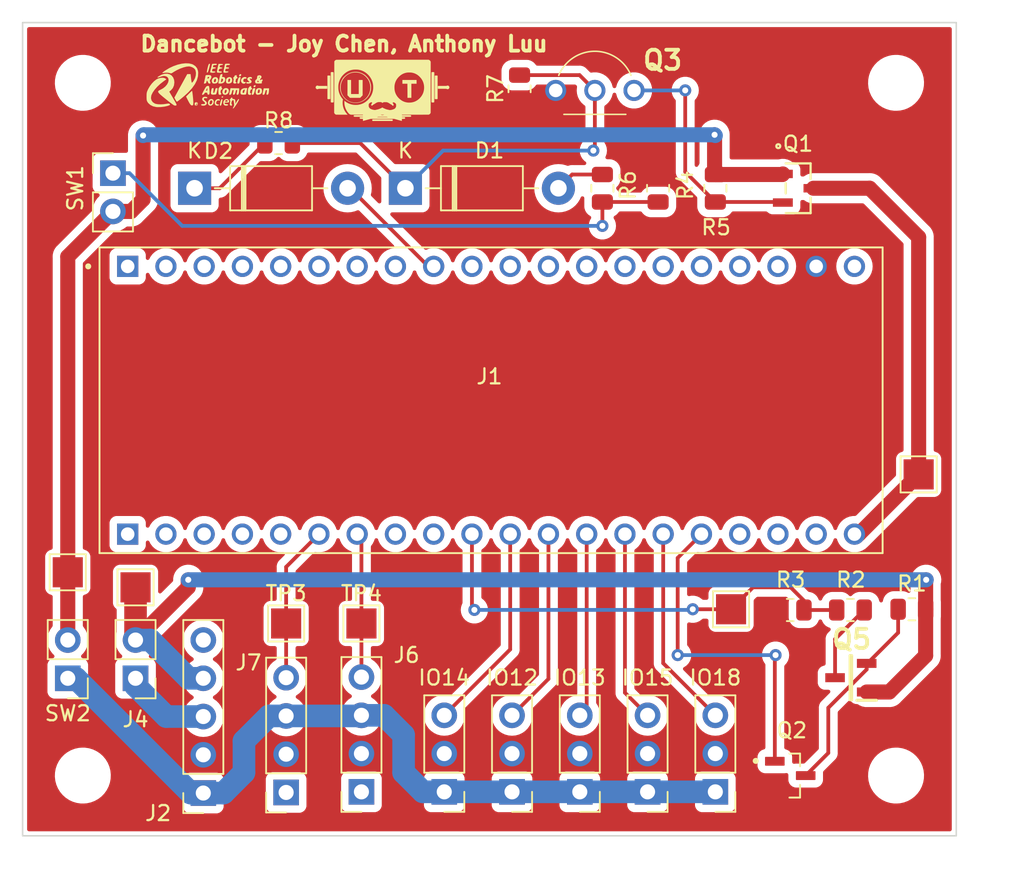
<source format=kicad_pcb>
(kicad_pcb (version 20221018) (generator pcbnew)
  (layers (0 "F.Cu" signal) (31 "B.Cu" signal) (34 "B.Paste" user) (35 "F.Paste" user) (36 "B.SilkS" user "B.Silkscreen") (37 "F.SilkS" user "F.Silkscreen") (38 "B.Mask" user) (39 "F.Mask" user) (44 "Edge.Cuts" user))
  (net 0 "")
  (net 1 "Batt GND")
  (net 2 "Net-(D1-K)")
  (net 3 "Net-(D1-A)")
  (net 4 "Net-(D2-K)")
  (net 5 "+5V")
  (net 6 "SM2")
  (net 7 "SM3")
  (net 8 "SM1")
  (net 9 "SM4")
  (net 10 "SM5")
  (net 30 "NPRightEye")
  (net 31 "NPLeftEye")
  (net 40 "Batt PWR")
  (net 44 "Net-(R4-Pad1)")
  (net 45 "Net-(Q5-S)")
  (net 46 "GND1")
  (net 47 "Latch_Out")
  (net 48 "BATT ADC")
  (net 49 "BATT EN")
  (net 50 "VOUT")
  (net 51 "Net-(Q1-D)")
  (net 52 "Net-(Q1-G)")
  (net 53 "Net-(Q5-G)")
  (footprint "Resistor_SMD:R_0805_2012Metric" (layer "F.Cu") (at 215.5 61.9 -90)
    (fp_text reference "R7" (at 0 1.6 90) (layer "F.SilkS"))
    (fp_text value "100K")
    (pad "1" smd roundrect (at -0.9125 0 270) (size 1.025 1.4) (layers "F.Cu" "F.Paste" "F.Mask") (roundrect_rratio 0.243902439) (net 2 "Net-(D1-K)"))
    (pad "2" smd roundrect (at 0.9125 0 270) (size 1.025 1.4) (layers "F.Cu" "F.Paste" "F.Mask") (roundrect_rratio 0.243902439) (net 46 "GND1"))
  )
  (footprint "LOGO" (layer "F.Cu") (at 194.8 61.7)
    (fp_text reference "G***" hide)
    (fp_text value "LOGO" hide)
  )
  (footprint "Resistor_SMD:R_0805_2012Metric" (layer "F.Cu") (at 199.5 65.5 180)
    (fp_text reference "R8" (at 0 1.5) (layer "F.SilkS"))
    (fp_text value "220")
    (pad "1" smd roundrect (at -0.9125 0 180) (size 1.025 1.4) (layers "F.Cu" "F.Paste" "F.Mask") (roundrect_rratio 0.243902439) (net 2 "Net-(D1-K)"))
    (pad "2" smd roundrect (at 0.9125 0 180) (size 1.025 1.4) (layers "F.Cu" "F.Paste" "F.Mask") (roundrect_rratio 0.243902439) (net 4 "Net-(D2-K)"))
  )
  (footprint "Dancebot Footprints:IRLML6402TRPBF" (layer "F.Cu") (at 237.5 101 180)
    (fp_text reference "Q5" (at -0.05 2.55) (layer "F.SilkS") (effects (font (size 1.27 1.27) (thickness 0.254))))
    (fp_text value "IRLML6402TRPBF" hide)
    (pad "1" smd rect (at -1.05 -0.95 270) (size 0.6 1.3) (layers "F.Cu" "F.Paste" "F.Mask") (net 40 "Batt PWR"))
    (pad "2" smd rect (at -1.05 0.95 270) (size 0.6 1.3) (layers "F.Cu" "F.Paste" "F.Mask") (net 53 "Net-(Q5-G)"))
    (pad "3" smd rect (at 1.05 0 270) (size 0.6 1.3) (layers "F.Cu" "F.Paste" "F.Mask") (net 45 "Net-(Q5-S)"))
  )
  (footprint "ESP32-PICO-KIT-V4.1:XCVR_ESP32-PICO-KIT-V4.1" (layer "F.Cu") (at 213.608 82.578)
    (fp_text reference "J1" (at -0.108 -1.578) (layer "F.SilkS"))
    (fp_text value "ESP32-PICO-KIT-V4.1")
    (pad "J2_1" thru_hole rect (at -24.13 -8.89) (size 1.408 1.408) (drill 0.9) (layers "*.Cu" "*.Mask"))
    (pad "J2_2" thru_hole circle (at -21.59 -8.89) (size 1.408 1.408) (drill 0.9) (layers "*.Cu" "*.Mask"))
    (pad "J2_3" thru_hole circle (at -19.05 -8.89) (size 1.408 1.408) (drill 0.9) (layers "*.Cu" "*.Mask"))
    (pad "J2_4" thru_hole circle (at -16.51 -8.89) (size 1.408 1.408) (drill 0.9) (layers "*.Cu" "*.Mask"))
    (pad "J2_5" thru_hole circle (at -13.97 -8.89) (size 1.408 1.408) (drill 0.9) (layers "*.Cu" "*.Mask"))
    (pad "J2_6" thru_hole circle (at -11.43 -8.89) (size 1.408 1.408) (drill 0.9) (layers "*.Cu" "*.Mask"))
    (pad "J2_7" thru_hole circle (at -8.89 -8.89) (size 1.408 1.408) (drill 0.9) (layers "*.Cu" "*.Mask"))
    (pad "J2_8" thru_hole circle (at -6.35 -8.89) (size 1.408 1.408) (drill 0.9) (layers "*.Cu" "*.Mask"))
    (pad "J2_9" thru_hole circle (at -3.81 -8.89) (size 1.408 1.408) (drill 0.9) (layers "*.Cu" "*.Mask") (net 47 "Latch_Out"))
    (pad "J2_10" thru_hole circle (at -1.27 -8.89) (size 1.408 1.408) (drill 0.9) (layers "*.Cu" "*.Mask"))
    (pad "J2_11" thru_hole circle (at 1.27 -8.89) (size 1.408 1.408) (drill 0.9) (layers "*.Cu" "*.Mask"))
    (pad "J2_12" thru_hole circle (at 3.81 -8.89) (size 1.408 1.408) (drill 0.9) (layers "*.Cu" "*.Mask"))
    (pad "J2_13" thru_hole circle (at 6.35 -8.89) (size 1.408 1.408) (drill 0.9) (layers "*.Cu" "*.Mask"))
    (pad "J2_14" thru_hole circle (at 8.89 -8.89) (size 1.408 1.408) (drill 0.9) (layers "*.Cu" "*.Mask"))
    (pad "J2_15" thru_hole circle (at 11.43 -8.89) (size 1.408 1.408) (drill 0.9) (layers "*.Cu" "*.Mask"))
    (pad "J2_16" thru_hole circle (at 13.97 -8.89) (size 1.408 1.408) (drill 0.9) (layers "*.Cu" "*.Mask"))
    (pad "J2_17" thru_hole circle (at 16.51 -8.89) (size 1.408 1.408) (drill 0.9) (layers "*.Cu" "*.Mask"))
    (pad "J2_18" thru_hole circle (at 19.05 -8.89) (size 1.408 1.408) (drill 0.9) (layers "*.Cu" "*.Mask"))
    (pad "J2_19" thru_hole circle (at 21.59 -8.89) (size 1.408 1.408) (drill 0.9) (layers "*.Cu" "*.Mask") (net 46 "GND1"))
    (pad "J2_20" thru_hole circle (at 24.13 -8.89) (size 1.408 1.408) (drill 0.9) (layers "*.Cu" "*.Mask"))
    (pad "J3_1" thru_hole rect (at -24.13 8.89) (size 1.408 1.408) (drill 0.9) (layers "*.Cu" "*.Mask"))
    (pad "J3_2" thru_hole circle (at -21.59 8.89) (size 1.408 1.408) (drill 0.9) (layers "*.Cu" "*.Mask"))
    (pad "J3_3" thru_hole circle (at -19.05 8.89) (size 1.408 1.408) (drill 0.9) (layers "*.Cu" "*.Mask"))
    (pad "J3_4" thru_hole circle (at -16.51 8.89) (size 1.408 1.408) (drill 0.9) (layers "*.Cu" "*.Mask"))
    (pad "J3_5" thru_hole circle (at -13.97 8.89) (size 1.408 1.408) (drill 0.9) (layers "*.Cu" "*.Mask"))
    (pad "J3_6" thru_hole circle (at -11.43 8.89) (size 1.408 1.408) (drill 0.9) (layers "*.Cu" "*.Mask") (net 31 "NPLeftEye"))
    (pad "J3_7" thru_hole circle (at -8.89 8.89) (size 1.408 1.408) (drill 0.9) (layers "*.Cu" "*.Mask") (net 30 "NPRightEye"))
    (pad "J3_8" thru_hole circle (at -6.35 8.89) (size 1.408 1.408) (drill 0.9) (layers "*.Cu" "*.Mask"))
    (pad "J3_9" thru_hole circle (at -3.81 8.89) (size 1.408 1.408) (drill 0.9) (layers "*.Cu" "*.Mask"))
    (pad "J3_10" thru_hole circle (at -1.27 8.89) (size 1.408 1.408) (drill 0.9) (layers "*.Cu" "*.Mask") (net 48 "BATT ADC"))
    (pad "J3_11" thru_hole circle (at 1.27 8.89) (size 1.408 1.408) (drill 0.9) (layers "*.Cu" "*.Mask") (net 8 "SM1"))
    (pad "J3_12" thru_hole circle (at 3.81 8.89) (size 1.408 1.408) (drill 0.9) (layers "*.Cu" "*.Mask") (net 6 "SM2"))
    (pad "J3_13" thru_hole circle (at 6.35 8.89) (size 1.408 1.408) (drill 0.9) (layers "*.Cu" "*.Mask") (net 7 "SM3"))
    (pad "J3_14" thru_hole circle (at 8.89 8.89) (size 1.408 1.408) (drill 0.9) (layers "*.Cu" "*.Mask") (net 9 "SM4"))
    (pad "J3_15" thru_hole circle (at 11.43 8.89) (size 1.408 1.408) (drill 0.9) (layers "*.Cu" "*.Mask") (net 10 "SM5"))
    (pad "J3_16" thru_hole circle (at 13.97 8.89) (size 1.408 1.408) (drill 0.9) (layers "*.Cu" "*.Mask") (net 49 "BATT EN"))
    (pad "J3_17" thru_hole circle (at 16.51 8.89) (size 1.408 1.408) (drill 0.9) (layers "*.Cu" "*.Mask"))
    (pad "J3_18" thru_hole circle (at 19.05 8.89) (size 1.408 1.408) (drill 0.9) (layers "*.Cu" "*.Mask"))
    (pad "J3_19" thru_hole circle (at 21.59 8.89) (size 1.408 1.408) (drill 0.9) (layers "*.Cu" "*.Mask"))
    (pad "J3_20" thru_hole circle (at 24.13 8.89) (size 1.408 1.408) (drill 0.9) (layers "*.Cu" "*.Mask") (net 5 "+5V"))
  )
  (footprint "MountingHole:MountingHole_3.2mm_M3" (layer "F.Cu") (at 186.5 107.5)
    (fp_text reference "H3" hide)
    (fp_text value "MountingHole")
    (pad "" np_thru_hole circle (at 0 0) (size 3.2 3.2) (drill 3.2) (layers "*.Cu" "*.Mask"))
  )
  (footprint "Diode_THT:D_DO-41_SOD81_P10.16mm_Horizontal" (layer "F.Cu") (at 207.92 68.5)
    (fp_text reference "D1" (at 5.58 -2.5) (layer "F.SilkS"))
    (fp_text value "1N5819")
    (fp_text user "K" (at 0 -2.5) (layer "F.SilkS"))
    (pad "1" thru_hole rect (at 0 0) (size 2.2 2.2) (drill 1.1) (layers "*.Cu" "*.Mask") (net 2 "Net-(D1-K)"))
    (pad "2" thru_hole oval (at 10.16 0) (size 2.2 2.2) (drill 1.1) (layers "*.Cu" "*.Mask") (net 3 "Net-(D1-A)"))
  )
  (footprint "Resistor_SMD:R_0805_2012Metric" (layer "F.Cu") (at 237.47125 96.50625 180)
    (fp_text reference "R2" (at -0.02875 2.00625) (layer "F.SilkS"))
    (fp_text value "100K")
    (pad "1" smd roundrect (at -0.9125 0 180) (size 1.025 1.4) (layers "F.Cu" "F.Paste" "F.Mask") (roundrect_rratio 0.243902439) (net 45 "Net-(Q5-S)"))
    (pad "2" smd roundrect (at 0.9125 0 180) (size 1.025 1.4) (layers "F.Cu" "F.Paste" "F.Mask") (roundrect_rratio 0.243902439) (net 48 "BATT ADC"))
  )
  (footprint "Resistor_SMD:R_0805_2012Metric" (layer "F.Cu") (at 224.7 68.5 90)
    (fp_text reference "R4" (at 0.2 1.8 270) (layer "F.SilkS"))
    (fp_text value "220K")
    (pad "1" smd roundrect (at -0.9125 0 90) (size 1.025 1.4) (layers "F.Cu" "F.Paste" "F.Mask") (roundrect_rratio 0.243902439) (net 44 "Net-(R4-Pad1)"))
    (pad "2" smd roundrect (at 0.9125 0 90) (size 1.025 1.4) (layers "F.Cu" "F.Paste" "F.Mask") (roundrect_rratio 0.243902439) (net 46 "GND1"))
  )
  (footprint "Dancebot Footprints:SOT95P237X112-3N" (layer "F.Cu") (at 233.475 107.5)
    (fp_text reference "Q2" (at 0.107 -3) (layer "F.SilkS"))
    (fp_text value "IRLML2502TRPBF")
    (pad "1" smd roundrect (at -1.025 -0.95) (size 1.3 0.59) (layers "F.Cu" "F.Paste" "F.Mask") (roundrect_rratio 0.07) (net 49 "BATT EN"))
    (pad "2" smd roundrect (at -1.025 0.95) (size 1.3 0.59) (layers "F.Cu" "F.Paste" "F.Mask") (roundrect_rratio 0.07) (net 46 "GND1"))
    (pad "3" smd roundrect (at 1.025 0) (size 1.3 0.59) (layers "F.Cu" "F.Paste" "F.Mask") (roundrect_rratio 0.07) (net 53 "Net-(Q5-G)"))
  )
  (footprint "Connector_PinHeader_2.54mm:PinHeader_1x02_P2.54mm_Vertical" (layer "F.Cu") (at 188.5 67.5)
    (fp_text reference "SW1" (at -2.5 1 90) (layer "F.SilkS"))
    (fp_text value "SP switch")
    (pad "1" thru_hole rect (at 0 0) (size 1.7 1.7) (drill 1) (layers "*.Cu" "*.Mask") (net 44 "Net-(R4-Pad1)"))
    (pad "2" thru_hole oval (at 0 2.54) (size 1.7 1.7) (drill 1) (layers "*.Cu" "*.Mask") (net 51 "Net-(Q1-D)"))
  )
  (footprint "TestPoint:TestPoint_Pad_2.0x2.0mm" (layer "F.Cu") (at 200 97.4)
    (fp_text reference "TP3" (at 0 -1.998) (layer "F.SilkS"))
    (fp_text value "TestPoint")
    (pad "1" smd rect (at 0 0) (size 2 2) (layers "F.Cu" "F.Mask") (net 31 "NPLeftEye"))
  )
  (footprint "Dancebot Footprints:SQ2351CES" (layer "F.Cu") (at 234 68.5 -90)
    (fp_text reference "Q1" (at -2.94996 0.016 unlocked) (layer "F.SilkS"))
    (fp_text value "PMOS")
    (pad "1" smd rect (at -0.94996 1.016 270) (size 0.5588 1.3208) (layers "F.Cu" "F.Paste" "F.Mask") (net 51 "Net-(Q1-D)"))
    (pad "2" smd rect (at 0.94996 1.016 270) (size 0.5588 1.3208) (layers "F.Cu" "F.Paste" "F.Mask") (net 52 "Net-(Q1-G)"))
    (pad "3" smd rect (at 0 -1.016 270) (size 0.5588 1.3208) (layers "F.Cu" "F.Paste" "F.Mask") (net 5 "+5V"))
  )
  (footprint "Diode_THT:D_DO-41_SOD81_P10.16mm_Horizontal" (layer "F.Cu") (at 193.92 68.5)
    (fp_text reference "D2" (at 1.58 -2.47) (layer "F.SilkS"))
    (fp_text value "1N5819")
    (fp_text user "K" (at 0 -2.5) (layer "F.SilkS"))
    (pad "1" thru_hole rect (at 0 0) (size 2.2 2.2) (drill 1.1) (layers "*.Cu" "*.Mask") (net 4 "Net-(D2-K)"))
    (pad "2" thru_hole oval (at 10.16 0) (size 2.2 2.2) (drill 1.1) (layers "*.Cu" "*.Mask") (net 47 "Latch_Out"))
  )
  (footprint "Connector_PinHeader_2.54mm:PinHeader_1x03_P2.54mm_Vertical" (layer "F.Cu") (at 224 108.58 180)
    (fp_text reference "IO15" (at 0 7.58) (layer "F.SilkS"))
    (fp_text value "servo 4")
    (pad "1" thru_hole rect (at 0 0 180) (size 1.7 1.7) (drill 1) (layers "*.Cu" "*.Mask") (net 50 "VOUT"))
    (pad "2" thru_hole oval (at 0 2.54 180) (size 1.7 1.7) (drill 1) (layers "*.Cu" "*.Mask") (net 46 "GND1"))
    (pad "3" thru_hole oval (at 0 5.08 180) (size 1.7 1.7) (drill 1) (layers "*.Cu" "*.Mask") (net 9 "SM4"))
  )
  (footprint "Connector_PinSocket_2.54mm:PinSocket_1x04_P2.54mm_Vertical" (layer "F.Cu") (at 200 108.62 180)
    (fp_text reference "J7" (at 2.5 8.62) (layer "F.SilkS"))
    (fp_text value "Conn_01x04_Socket")
    (pad "1" thru_hole rect (at 0 0 180) (size 1.7 1.7) (drill 1) (layers "*.Cu" "*.Mask"))
    (pad "2" thru_hole oval (at 0 2.54 180) (size 1.7 1.7) (drill 1) (layers "*.Cu" "*.Mask") (net 46 "GND1"))
    (pad "3" thru_hole oval (at 0 5.08 180) (size 1.7 1.7) (drill 1) (layers "*.Cu" "*.Mask") (net 50 "VOUT"))
    (pad "4" thru_hole oval (at 0 7.62 180) (size 1.7 1.7) (drill 1) (layers "*.Cu" "*.Mask") (net 31 "NPLeftEye"))
  )
  (footprint "TestPoint:TestPoint_Pad_2.0x2.0mm" (layer "F.Cu") (at 242 87.5)
    (fp_text reference "TP2" hide)
    (fp_text value "TestPoint")
    (pad "1" smd rect (at 0 0) (size 2 2) (layers "F.Cu" "F.Mask") (net 5 "+5V"))
  )
  (footprint "Connector_PinSocket_2.54mm:PinSocket_1x05_P2.54mm_Vertical" (layer "F.Cu") (at 194.5 108.66 180)
    (fp_text reference "J2" (at 3 -1.34 180) (layer "F.SilkS"))
    (fp_text value "Voltage Regulator")
    (pad "1" thru_hole rect (at 0 0 180) (size 1.7 1.7) (drill 1) (layers "*.Cu" "*.Mask") (net 50 "VOUT"))
    (pad "2" thru_hole oval (at 0 2.54 180) (size 1.7 1.7) (drill 1) (layers "*.Cu" "*.Mask") (net 46 "GND1"))
    (pad "3" thru_hole oval (at 0 5.08 180) (size 1.7 1.7) (drill 1) (layers "*.Cu" "*.Mask") (net 1 "Batt GND"))
    (pad "4" thru_hole oval (at 0 7.62 180) (size 1.7 1.7) (drill 1) (layers "*.Cu" "*.Mask") (net 40 "Batt PWR"))
    (pad "5" thru_hole oval (at 0 10.16 180) (size 1.7 1.7) (drill 1) (layers "*.Cu" "*.Mask"))
  )
  (footprint "Connector_PinSocket_2.54mm:PinSocket_1x04_P2.54mm_Vertical" (layer "F.Cu") (at 205 108.58 180)
    (fp_text reference "J6" (at -3 9.08) (layer "F.SilkS"))
    (fp_text value "Conn_01x04_Socket")
    (pad "1" thru_hole rect (at 0 0 180) (size 1.7 1.7) (drill 1) (layers "*.Cu" "*.Mask"))
    (pad "2" thru_hole oval (at 0 2.54 180) (size 1.7 1.7) (drill 1) (layers "*.Cu" "*.Mask") (net 46 "GND1"))
    (pad "3" thru_hole oval (at 0 5.08 180) (size 1.7 1.7) (drill 1) (layers "*.Cu" "*.Mask") (net 50 "VOUT"))
    (pad "4" thru_hole oval (at 0 7.62 180) (size 1.7 1.7) (drill 1) (layers "*.Cu" "*.Mask") (net 30 "NPRightEye"))
  )
  (footprint "MountingHole:MountingHole_3.2mm_M3" (layer "F.Cu") (at 186.5 61.5)
    (fp_text reference "H1" hide)
    (fp_text value "MountingHole")
    (pad "" np_thru_hole circle (at 0 0) (size 3.2 3.2) (drill 3.2) (layers "*.Cu" "*.Mask"))
  )
  (footprint "TestPoint:TestPoint_Pad_2.0x2.0mm" (layer "F.Cu") (at 185.5 94)
    (fp_text reference "TP1" hide)
    (fp_text value "TestPoint")
    (pad "1" smd rect (at 0 0) (size 2 2) (layers "F.Cu" "F.Mask") (net 51 "Net-(Q1-D)"))
  )
  (footprint "Resistor_SMD:R_0805_2012Metric" (layer "F.Cu") (at 221 68.5 90)
    (fp_text reference "R6" (at 0.2 1.7 90) (layer "F.SilkS"))
    (fp_text value "10K")
    (pad "1" smd roundrect (at -0.9125 0 90) (size 1.025 1.4) (layers "F.Cu" "F.Paste" "F.Mask") (roundrect_rratio 0.243902439) (net 44 "Net-(R4-Pad1)"))
    (pad "2" smd roundrect (at 0.9125 0 90) (size 1.025 1.4) (layers "F.Cu" "F.Paste" "F.Mask") (roundrect_rratio 0.243902439) (net 3 "Net-(D1-A)"))
  )
  (footprint "Connector_PinHeader_2.54mm:PinHeader_1x02_P2.54mm_Vertical" (layer "F.Cu") (at 185.5 101.04 180)
    (fp_text reference "SW2" (at 0 -2.33 180) (layer "F.SilkS"))
    (fp_text value "SW_SPST")
    (pad "1" thru_hole rect (at 0 0 180) (size 1.7 1.7) (drill 1) (layers "*.Cu" "*.Mask") (net 50 "VOUT"))
    (pad "2" thru_hole oval (at 0 2.54 180) (size 1.7 1.7) (drill 1) (layers "*.Cu" "*.Mask") (net 51 "Net-(Q1-D)"))
  )
  (footprint "Resistor_SMD:R_0805_2012Metric" (layer "F.Cu") (at 233.47125 96.50625 180)
    (fp_text reference "R3" (at -0.02875 2.00625) (layer "F.SilkS"))
    (fp_text value "51k")
    (pad "1" smd roundrect (at -0.9125 0 180) (size 1.025 1.4) (layers "F.Cu" "F.Paste" "F.Mask") (roundrect_rratio 0.243902439) (net 48 "BATT ADC"))
    (pad "2" smd roundrect (at 0.9125 0 180) (size 1.025 1.4) (layers "F.Cu" "F.Paste" "F.Mask") (roundrect_rratio 0.243902439) (net 46 "GND1"))
  )
  (footprint "Dancebot Footprints:2N3904TFR" (layer "F.Cu") (at 217.9 62.005001 180)
    (fp_text reference "Q3" (at -7.1 2.005001) (layer "F.SilkS") (effects (font (size 1.27 1.27) (thickness 0.254))))
    (fp_text value "2N3904" hide)
    (pad "1" thru_hole circle (at 0 0 180) (size 1.4 1.4) (drill 0.9) (layers "*.Cu" "*.Mask") (net 46 "GND1"))
    (pad "2" thru_hole circle (at -2.6 0 180) (size 1.4 1.4) (drill 0.9) (layers "*.Cu" "*.Mask") (net 2 "Net-(D1-K)"))
    (pad "3" thru_hole circle (at -5.2 0 180) (size 1.4 1.4) (drill 0.9) (layers "*.Cu" "*.Mask") (net 52 "Net-(Q1-G)"))
  )
  (footprint "Connector_PinHeader_2.54mm:PinHeader_1x03_P2.54mm_Vertical" (layer "F.Cu") (at 219.5 108.58 180)
    (fp_text reference "IO13" (at 0 7.58 180) (layer "F.SilkS"))
    (fp_text value "servo 3")
    (pad "1" thru_hole rect (at 0 0 180) (size 1.7 1.7) (drill 1) (layers "*.Cu" "*.Mask") (net 50 "VOUT"))
    (pad "2" thru_hole oval (at 0 2.54 180) (size 1.7 1.7) (drill 1) (layers "*.Cu" "*.Mask") (net 46 "GND1"))
    (pad "3" thru_hole oval (at 0 5.08 180) (size 1.7 1.7) (drill 1) (layers "*.Cu" "*.Mask") (net 7 "SM3"))
  )
  (footprint "Resistor_SMD:R_0805_2012Metric" (layer "F.Cu") (at 241.55125 96.45625 180)
    (fp_text reference "R1" (at 0 1.7) (layer "F.SilkS"))
    (fp_text value "100K")
    (pad "1" smd roundrect (at -0.9125 0 180) (size 1.025 1.4) (layers "F.Cu" "F.Paste" "F.Mask") (roundrect_rratio 0.243902439) (net 40 "Batt PWR"))
    (pad "2" smd roundrect (at 0.9125 0 180) (size 1.025 1.4) (layers "F.Cu" "F.Paste" "F.Mask") (roundrect_rratio 0.243902439) (net 53 "Net-(Q5-G)"))
  )
  (footprint "Connector_PinHeader_2.54mm:PinHeader_1x03_P2.54mm_Vertical" (layer "F.Cu") (at 215 108.58 180)
    (fp_text reference "IO12" (at 0 7.58 180) (layer "F.SilkS"))
    (fp_text value "servo 2")
    (pad "1" thru_hole rect (at 0 0 180) (size 1.7 1.7) (drill 1) (layers "*.Cu" "*.Mask") (net 50 "VOUT"))
    (pad "2" thru_hole oval (at 0 2.54 180) (size 1.7 1.7) (drill 1) (layers "*.Cu" "*.Mask") (net 46 "GND1"))
    (pad "3" thru_hole oval (at 0 5.08 180) (size 1.7 1.7) (drill 1) (layers "*.Cu" "*.Mask") (net 6 "SM2"))
  )
  (footprint "Connector_PinHeader_2.54mm:PinHeader_1x03_P2.54mm_Vertical" (layer "F.Cu") (at 228.5 108.58 180)
    (fp_text reference "IO18" (at 0 7.58 180) (layer "F.SilkS"))
    (fp_text value "servo 5 (hat)")
    (pad "1" thru_hole rect (at 0 0 180) (size 1.7 1.7) (drill 1) (layers "*.Cu" "*.Mask") (net 50 "VOUT"))
    (pad "2" thru_hole oval (at 0 2.54 180) (size 1.7 1.7) (drill 1) (layers "*.Cu" "*.Mask") (net 46 "GND1"))
    (pad "3" thru_hole oval (at 0 5.08 180) (size 1.7 1.7) (drill 1) (layers "*.Cu" "*.Mask") (net 10 "SM5"))
  )
  (footprint "MountingHole:MountingHole_3.2mm_M3" (layer "F.Cu") (at 240.5 107.5)
    (fp_text reference "H4" hide)
    (fp_text value "MountingHole")
    (pad "" np_thru_hole circle (at 0 0) (size 3.2 3.2) (drill 3.2) (layers "*.Cu" "*.Mask"))
  )
  (footprint "TestPoint:TestPoint_Pad_2.0x2.0mm" (layer "F.Cu") (at 229.54375 96.45625)
    (fp_text reference "TP9" hide)
    (fp_text value "TestPoint")
    (pad "1" smd rect (at 0 0) (size 2 2) (layers "F.Cu" "F.Mask") (net 48 "BATT ADC"))
  )
  (footprint "Resistor_SMD:R_0805_2012Metric" (layer "F.Cu") (at 228.5 68.5 -90)
    (fp_text reference "R5" (at 2.6 -0.05) (layer "F.SilkS"))
    (fp_text value "100K")
    (pad "1" smd roundrect (at -0.9125 0 270) (size 1.025 1.4) (layers "F.Cu" "F.Paste" "F.Mask") (roundrect_rratio 0.243902439) (net 51 "Net-(Q1-D)"))
    (pad "2" smd roundrect (at 0.9125 0 270) (size 1.025 1.4) (layers "F.Cu" "F.Paste" "F.Mask") (roundrect_rratio 0.243902439) (net 52 "Net-(Q1-G)"))
  )
  (footprint "LOGO" (layer "F.Cu") (at 206.397883 61.648034)
    (fp_text reference "G***" hide)
    (fp_text value "LOGO" hide)
  )
  (footprint "MountingHole:MountingHole_3.2mm_M3" (layer "F.Cu") (at 240.5 61.5)
    (fp_text reference "H2" hide)
    (fp_text value "MountingHole" hide)
    (pad "" np_thru_hole circle (at 0 0) (size 3.2 3.2) (drill 3.2) (layers "*.Cu" "*.Mask"))
  )
  (footprint "TestPoint:TestPoint_Pad_2.0x2.0mm" (layer "F.Cu") (at 190 95)
    (fp_text reference "TP5" hide)
    (fp_text value "TestPoint")
    (pad "1" smd rect (at 0 0) (size 2 2) (layers "F.Cu" "F.Mask") (net 40 "Batt PWR"))
  )
  (footprint "TestPoint:TestPoint_Pad_2.0x2.0mm" (layer "F.Cu") (at 205 97.4)
    (fp_text reference "TP4" (at 0 -1.998) (layer "F.SilkS"))
    (fp_text value "TestPoint")
    (pad "1" smd rect (at 0 0) (size 2 2) (layers "F.Cu" "F.Mask") (net 30 "NPRightEye"))
  )
  (footprint "Connector_PinHeader_2.54mm:PinHeader_1x03_P2.54mm_Vertical" (layer "F.Cu") (at 210.5 108.58 180)
    (fp_text reference "IO14" (at 0 7.58 180) (layer "F.SilkS"))
    (fp_text value "servo 1")
    (pad "1" thru_hole rect (at 0 0 180) (size 1.7 1.7) (drill 1) (layers "*.Cu" "*.Mask") (net 50 "VOUT"))
    (pad "2" thru_hole oval (at 0 2.54 180) (size 1.7 1.7) (drill 1) (layers "*.Cu" "*.Mask") (net 46 "GND1"))
    (pad "3" thru_hole oval (at 0 5.08 180) (size 1.7 1.7) (drill 1) (layers "*.Cu" "*.Mask") (net 8 "SM1"))
  )
  (footprint "Connector_PinHeader_2.54mm:PinHeader_1x02_P2.54mm_Vertical" (layer "F.Cu") (at 190 101.04 180)
    (fp_text reference "J4" (at 0 -2.73 180) (layer "F.SilkS"))
    (fp_text value "Pins")
    (pad "1" thru_hole rect (at 0 0 180) (size 1.7 1.7) (drill 1) (layers "*.Cu" "*.Mask") (net 1 "Batt GND"))
    (pad "2" thru_hole oval (at 0 2.54 180) (size 1.7 1.7) (drill 1) (layers "*.Cu" "*.Mask") (net 40 "Batt PWR"))
  )
  (gr_rect (start 182.5 57.5) (end 244.5 111.5) (stroke (width 0.1)) (fill none) (layer "Edge.Cuts"))
  (gr_text "Dancebot - Joy Chen, Anthony Luu" (at 190.2 59.5) (layer "F.SilkS") (effects (font (size 1 1) (thickness 0.25) bold) (justify left bottom)))
  (segment (start 190 101.54) (end 192.04 103.58) (width 1.5) (layer "B.Cu") (net 1))
  (segment (start 190 101.04) (end 190 101.54) (width 1.5) (layer "B.Cu") (net 1))
  (segment (start 192.04 103.58) (end 194.5 103.58) (width 1.5) (layer "B.Cu") (net 1))
  (segment (start 219.482499 60.9875) (end 220.5 62.005001) (width 0.25) (layer "F.Cu") (net 2))
  (segment (start 220.5 62.005001) (end 220.5 65.9) (width 0.25) (layer "F.Cu") (net 2))
  (segment (start 200.4125 65.5) (end 204.92 65.5) (width 0.25) (layer "F.Cu") (net 2))
  (segment (start 204.92 65.5) (end 207.92 68.5) (width 0.25) (layer "F.Cu") (net 2))
  (segment (start 220.5 65.9) (end 220.4 66) (width 0.25) (layer "F.Cu") (net 2))
  (segment (start 215.5 60.9875) (end 219.482499 60.9875) (width 0.25) (layer "F.Cu") (net 2))
  (via (at 220.4 66) (size 0.8) (drill 0.4) (layers "F.Cu" "B.Cu") (net 2))
  (segment (start 220.4 66) (end 210.42 66) (width 0.25) (layer "B.Cu") (net 2))
  (segment (start 210.42 66) (end 207.92 68.5) (width 0.25) (layer "B.Cu") (net 2))
  (segment (start 221 67.5875) (end 218.9925 67.5875) (width 0.25) (layer "F.Cu") (net 3))
  (segment (start 218.9925 67.5875) (end 218.08 68.5) (width 0.25) (layer "F.Cu") (net 3))
  (segment (start 193.92 68.5) (end 195.5875 68.5) (width 0.25) (layer "F.Cu") (net 4))
  (segment (start 195.5875 68.5) (end 198.5875 65.5) (width 0.25) (layer "F.Cu") (net 4))
  (segment (start 238.032 91.468) (end 242 87.5) (width 1) (layer "F.Cu") (net 5))
  (segment (start 238.75 68.5) (end 235.016 68.5) (width 1) (layer "F.Cu") (net 5))
  (segment (start 242 71.75) (end 238.75 68.5) (width 1) (layer "F.Cu") (net 5))
  (segment (start 237.738 91.468) (end 238.032 91.468) (width 1) (layer "F.Cu") (net 5))
  (segment (start 241.706 87.5) (end 242 87.5) (width 0.25) (layer "F.Cu") (net 5))
  (segment (start 242 87.5) (end 242 71.75) (width 1) (layer "F.Cu") (net 5))
  (segment (start 217.418 91.468) (end 217.418 101.082) (width 0.25) (layer "F.Cu") (net 6))
  (segment (start 217.418 101.082) (end 215 103.5) (width 0.25) (layer "F.Cu") (net 6))
  (segment (start 219.958 91.468) (end 219.958 103.042) (width 0.25) (layer "F.Cu") (net 7))
  (segment (start 219.958 103.042) (end 219.5 103.5) (width 0.25) (layer "F.Cu") (net 7))
  (segment (start 214.878 91.468) (end 214.878 99.122) (width 0.25) (layer "F.Cu") (net 8))
  (segment (start 214.878 99.122) (end 210.5 103.5) (width 0.25) (layer "F.Cu") (net 8))
  (segment (start 222.498 91.468) (end 222.498 101.998) (width 0.25) (layer "F.Cu") (net 9))
  (segment (start 222.498 101.998) (end 224 103.5) (width 0.25) (layer "F.Cu") (net 9))
  (segment (start 225.038 91.468) (end 225.038 100.038) (width 0.25) (layer "F.Cu") (net 10))
  (segment (start 225.038 100.038) (end 228.5 103.5) (width 0.25) (layer "F.Cu") (net 10))
  (segment (start 205 91.75) (end 204.718 91.468) (width 0.25) (layer "F.Cu") (net 30))
  (segment (start 205 97.4) (end 205 91.75) (width 0.25) (layer "F.Cu") (net 30))
  (segment (start 205 100.96) (end 205 97.4) (width 0.25) (layer "F.Cu") (net 30))
  (segment (start 200 97.4) (end 200 93.646) (width 0.25) (layer "F.Cu") (net 31))
  (segment (start 200 93.646) (end 202.178 91.468) (width 0.25) (layer "F.Cu") (net 31))
  (segment (start 200 101) (end 200 97.4) (width 0.25) (layer "F.Cu") (net 31))
  (segment (start 202.178 92.032) (end 202.178 91.468) (width 0.25) (layer "F.Cu") (net 31))
  (segment (start 193.5 94.5) (end 193.5 95) (width 1) (layer "F.Cu") (net 40))
  (segment (start 242.46375 96.45625) (end 242.46375 99.53625) (width 1) (layer "F.Cu") (net 40))
  (segment (start 190 98.5) (end 190 95) (width 1.5) (layer "F.Cu") (net 40))
  (segment (start 242.46375 99.53625) (end 240.05 101.95) (width 1) (layer "F.Cu") (net 40))
  (segment (start 242.46375 94.53625) (end 242.5 94.5) (width 1) (layer "F.Cu") (net 40))
  (segment (start 193.5 95) (end 190 98.5) (width 1) (layer "F.Cu") (net 40))
  (segment (start 242.46375 96.45625) (end 242.46375 94.53625) (width 1) (layer "F.Cu") (net 40))
  (segment (start 240.05 101.95) (end 238.55 101.95) (width 1) (layer "F.Cu") (net 40))
  (via (at 242.5 94.5) (size 0.8) (drill 0.4) (layers "F.Cu" "B.Cu") (net 40))
  (via (at 193.5 94.5) (size 0.8) (drill 0.4) (layers "F.Cu" "B.Cu") (net 40))
  (segment (start 190.98 98.5) (end 193.52 101.04) (width 1.5) (layer "B.Cu") (net 40))
  (segment (start 242.5 94.5) (end 193.5 94.5) (width 1) (layer "B.Cu") (net 40))
  (segment (start 193.52 101.04) (end 194.5 101.04) (width 1.5) (layer "B.Cu") (net 40))
  (segment (start 190 98.5) (end 190.98 98.5) (width 1.5) (layer "B.Cu") (net 40))
  (segment (start 221 69.4125) (end 221 71) (width 0.25) (layer "F.Cu") (net 44))
  (segment (start 221 69.4125) (end 224.7 69.4125) (width 0.25) (layer "F.Cu") (net 44))
  (via (at 221 71) (size 0.8) (drill 0.4) (layers "F.Cu" "B.Cu") (net 44))
  (segment (start 188.5 67.5) (end 189.6 67.5) (width 0.25) (layer "B.Cu") (net 44))
  (segment (start 193.1 71) (end 221 71) (width 0.25) (layer "B.Cu") (net 44))
  (segment (start 189.6 67.5) (end 193.1 71) (width 0.25) (layer "B.Cu") (net 44))
  (segment (start 238.38375 96.50625) (end 236.45 98.44) (width 0.25) (layer "F.Cu") (net 45))
  (segment (start 238.38375 96.50625) (end 238.38375 96.53625) (width 0.25) (layer "F.Cu") (net 45))
  (segment (start 236.45 98.44) (end 236.45 101) (width 0.25) (layer "F.Cu") (net 45))
  (segment (start 204.25 68.5) (end 204.08 68.5) (width 0.25) (layer "F.Cu") (net 47))
  (segment (start 209.798 73.688) (end 209.438 73.688) (width 0.25) (layer "F.Cu") (net 47))
  (segment (start 209.438 73.688) (end 204.25 68.5) (width 0.25) (layer "F.Cu") (net 47))
  (segment (start 209.268 73.688) (end 209.798 73.688) (width 0.25) (layer "F.Cu") (net 47))
  (segment (start 234.38375 95.88375) (end 234.38375 96.50625) (width 0.25) (layer "F.Cu") (net 48))
  (segment (start 212.338 96.338) (end 212.5 96.5) (width 0.25) (layer "F.Cu") (net 48))
  (segment (start 231 95) (end 233.5 95) (width 0.25) (layer "F.Cu") (net 48))
  (segment (start 212.338 91.468) (end 212.338 96.338) (width 0.25) (layer "F.Cu") (net 48))
  (segment (start 227 96.45625) (end 229.54375 96.45625) (width 0.25) (layer "F.Cu") (net 48))
  (segment (start 233.5 95) (end 234.38375 95.88375) (width 0.25) (layer "F.Cu") (net 48))
  (segment (start 234.38375 96.50625) (end 236.55875 96.50625) (width 0.25) (layer "F.Cu") (net 48))
  (segment (start 229.54375 96.45625) (end 231 95) (width 0.25) (layer "F.Cu") (net 48))
  (via (at 212.5 96.5) (size 0.8) (drill 0.4) (layers "F.Cu" "B.Cu") (net 48))
  (via (at 227 96.45625) (size 0.8) (drill 0.4) (layers "F.Cu" "B.Cu") (net 48))
  (segment (start 212.5 96.5) (end 226.95625 96.5) (width 0.25) (layer "B.Cu") (net 48))
  (segment (start 226.95625 96.5) (end 227 96.45625) (width 0.25) (layer "B.Cu") (net 48))
  (segment (start 226 93.046) (end 226 99.5) (width 0.25) (layer "F.Cu") (net 49))
  (segment (start 227.578 91.468) (end 226 93.046) (width 0.25) (layer "F.Cu") (net 49))
  (segment (start 232.45 106.55) (end 232.45 99.55) (width 0.25) (layer "F.Cu") (net 49))
  (segment (start 232.45 99.55) (end 232.5 99.5) (width 0.25) (layer "F.Cu") (net 49))
  (via (at 226 99.5) (size 0.8) (drill 0.4) (layers "F.Cu" "B.Cu") (net 49))
  (via (at 232.5 99.5) (size 0.8) (drill 0.4) (layers "F.Cu" "B.Cu") (net 49))
  (segment (start 232.5 99.5) (end 226 99.5) (width 0.25) (layer "B.Cu") (net 49))
  (segment (start 193.66 108.66) (end 194.5 108.66) (width 1.5) (layer "B.Cu") (net 50))
  (segment (start 198.86 103.54) (end 197.2 105.2) (width 1.5) (layer "B.Cu") (net 50))
  (segment (start 197.2 105.2) (end 197.2 107.3) (width 1.5) (layer "B.Cu") (net 50))
  (segment (start 185.5 101.04) (end 186.04 101.04) (width 1.5) (layer "B.Cu") (net 50))
  (segment (start 215 108.58) (end 219.5 108.58) (width 1.5) (layer "B.Cu") (net 50))
  (segment (start 219.5 108.58) (end 224 108.58) (width 1.5) (layer "B.Cu") (net 50))
  (segment (start 195.84 108.66) (end 194.5 108.66) (width 1.5) (layer "B.Cu") (net 50))
  (segment (start 224 108.58) (end 228.5 108.58) (width 1.5) (layer "B.Cu") (net 50))
  (segment (start 206.5 103.5) (end 207.8 104.8) (width 1.5) (layer "B.Cu") (net 50))
  (segment (start 205 103.5) (end 206.5 103.5) (width 1.5) (layer "B.Cu") (net 50))
  (segment (start 204.96 103.54) (end 205 103.5) (width 1.5) (layer "B.Cu") (net 50))
  (segment (start 207.8 104.8) (end 207.8 107.3) (width 1.5) (layer "B.Cu") (net 50))
  (segment (start 209.08 108.58) (end 210.5 108.58) (width 1.5) (layer "B.Cu") (net 50))
  (segment (start 210.5 108.58) (end 215 108.58) (width 1.5) (layer "B.Cu") (net 50))
  (segment (start 186.04 101.04) (end 193.66 108.66) (width 1.5) (layer "B.Cu") (net 50))
  (segment (start 207.8 107.3) (end 209.08 108.58) (width 1.5) (layer "B.Cu") (net 50))
  (segment (start 200 103.54) (end 198.86 103.54) (width 1.5) (layer "B.Cu") (net 50))
  (segment (start 197.2 107.3) (end 195.84 108.66) (width 1.5) (layer "B.Cu") (net 50))
  (segment (start 200 103.54) (end 204.96 103.54) (width 1.5) (layer "B.Cu") (net 50))
  (segment (start 185.5 98.5) (end 185.5 94) (width 1) (layer "F.Cu") (net 51))
  (segment (start 228.5 67.5875) (end 232.94654 67.5875) (width 1) (layer "F.Cu") (net 51))
  (segment (start 228.45 64.95) (end 228.45 67.5375) (width 1) (layer "F.Cu") (net 51))
  (segment (start 228.45 67.5375) (end 228.5 67.5875) (width 1) (layer "F.Cu") (net 51))
  (segment (start 189.702081 70.04) (end 190.5 69.242081) (width 1) (layer "F.Cu") (net 51))
  (segment (start 185.5 94) (end 185.5 73.04) (width 1) (layer "F.Cu") (net 51))
  (segment (start 232.94654 67.5875) (end 232.984 67.55004) (width 1) (layer "F.Cu") (net 51))
  (segment (start 188.5 70.04) (end 189.702081 70.04) (width 1) (layer "F.Cu") (net 51))
  (segment (start 185.5 73.04) (end 188.5 70.04) (width 1) (layer "F.Cu") (net 51))
  (segment (start 190.5 69.242081) (end 190.5 65) (width 1) (layer "F.Cu") (net 51))
  (via (at 190.5 65) (size 0.8) (drill 0.4) (layers "F.Cu" "B.Cu") (net 51))
  (via (at 228.45 64.95) (size 0.8) (drill 0.4) (layers "F.Cu" "B.Cu") (net 51))
  (segment (start 190.5 65) (end 190.55 64.95) (width 1) (layer "B.Cu") (net 51))
  (segment (start 228.5 65) (end 228.45 64.95) (width 1) (layer "B.Cu") (net 51))
  (segment (start 226.45 64.95) (end 228.45 64.95) (width 1) (layer "B.Cu") (net 51))
  (segment (start 190.55 64.95) (end 226.45 64.95) (width 1) (layer "B.Cu") (net 51))
  (segment (start 226.5 62) (end 226.5 67.4125) (width 0.25) (layer "F.Cu") (net 52))
  (segment (start 228.5 69.4125) (end 232.94654 69.4125) (width 0.25) (layer "F.Cu") (net 52))
  (segment (start 226.5 67.4125) (end 228.5 69.4125) (width 0.25) (layer "F.Cu") (net 52))
  (segment (start 232.94654 69.4125) (end 232.984 69.44996) (width 0.25) (layer "F.Cu") (net 52))
  (via (at 226.5 62) (size 0.8) (drill 0.4) (layers "F.Cu" "B.Cu") (net 52))
  (segment (start 226.494999 62.005001) (end 226.5 62) (width 0.25) (layer "B.Cu") (net 52))
  (segment (start 223.1 62.005001) (end 226.494999 62.005001) (width 0.25) (layer "B.Cu") (net 52))
  (segment (start 240.63875 98.01125) (end 240.63875 96.45625) (width 0.25) (layer "F.Cu") (net 53))
  (segment (start 238.55 100.05) (end 238.6 100.05) (width 0.25) (layer "F.Cu") (net 53))
  (segment (start 238.55 100.45) (end 236 103) (width 0.25) (layer "F.Cu") (net 53))
  (segment (start 238.6 100.05) (end 240.63875 98.01125) (width 0.25) (layer "F.Cu") (net 53))
  (segment (start 238.55 100.05) (end 238.55 100.45) (width 0.25) (layer "F.Cu") (net 53))
  (segment (start 236 106) (end 234.5 107.5) (width 0.25) (layer "F.Cu") (net 53))
  (segment (start 236 103) (end 236 106) (width 0.25) (layer "F.Cu") (net 53))
  (zone (net 46) (net_name "GND1") (layer "F.Cu") (connect_pads yes (clearance 0.5)) (min_thickness 0.25) (fill yes (thermal_gap 1) (thermal_bridge_width 1))
    (polygon (pts (xy 181 56) (xy 181 115) (xy 249 115) (xy 249 56)))
  )
)
</source>
